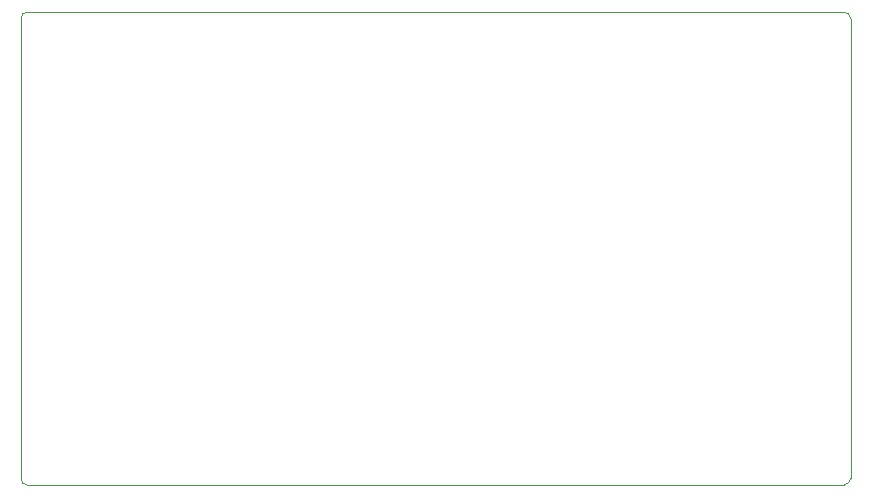
<source format=gm1>
G04 #@! TF.GenerationSoftware,KiCad,Pcbnew,7.0.2-0*
G04 #@! TF.CreationDate,2023-05-07T22:08:20-05:00*
G04 #@! TF.ProjectId,spudglo_driver_v4p3,73707564-676c-46f5-9f64-72697665725f,rev?*
G04 #@! TF.SameCoordinates,Original*
G04 #@! TF.FileFunction,Profile,NP*
%FSLAX46Y46*%
G04 Gerber Fmt 4.6, Leading zero omitted, Abs format (unit mm)*
G04 Created by KiCad (PCBNEW 7.0.2-0) date 2023-05-07 22:08:20*
%MOMM*%
%LPD*%
G01*
G04 APERTURE LIST*
G04 #@! TA.AperFunction,Profile*
%ADD10C,0.050000*%
G04 #@! TD*
G04 APERTURE END LIST*
D10*
X264880000Y-87500000D02*
X195685173Y-87510125D01*
X195676380Y-47480720D02*
X264875567Y-47481819D01*
X265405552Y-48029819D02*
G75*
G03*
X264875567Y-47481820I-553352J-4881D01*
G01*
X195676380Y-47480718D02*
G75*
G03*
X195176381Y-47988720I20J-500082D01*
G01*
X195176380Y-47988720D02*
X195177173Y-87020125D01*
X265405567Y-48029819D02*
X265410000Y-86970000D01*
X264880000Y-87499999D02*
G75*
G03*
X265409999Y-86970000I-23500J553499D01*
G01*
X195177216Y-87020124D02*
G75*
G03*
X195685173Y-87510124I500084J10124D01*
G01*
M02*

</source>
